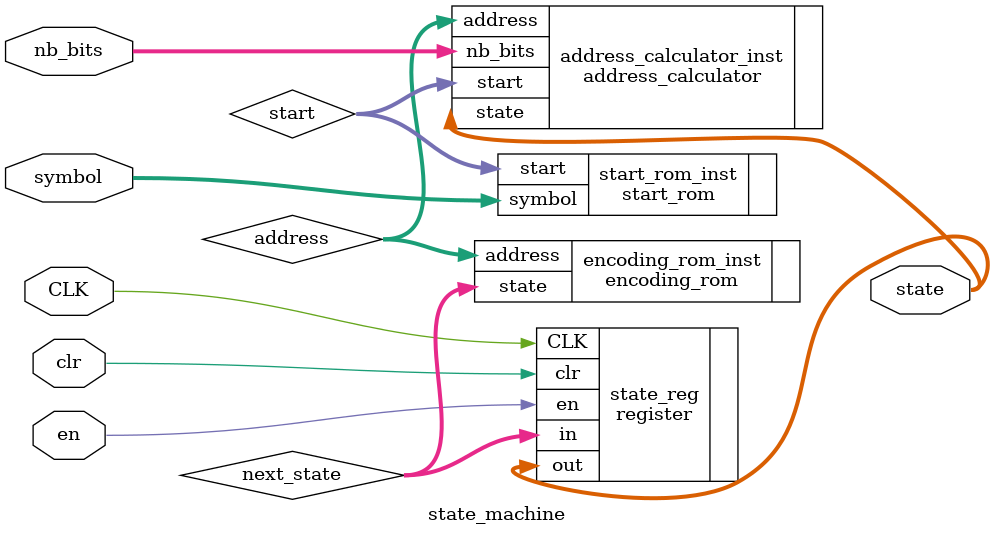
<source format=v>
`timescale 1ns / 1ps


module state_machine(
    input CLK,
    input clr,
    input en,
    input [7:0] symbol,
    input [2:0] nb_bits,
    output [R:0] state
    );
    
    parameter R = 4;
    
    wire [7:0] start;
    wire [R:0] next_state;
    wire [3:0] address;
    
    start_rom start_rom_inst(
        .symbol(symbol),
        .start(start)
    );
    
    address_calculator #(.R(R)) address_calculator_inst(
        .start(start),
        .state(state),
        .nb_bits(nb_bits),
        .address(address)
    );
    
    encoding_rom encoding_rom_inst(
        .address(address),
        .state(next_state)
    );
    
    register #(.R(R)) state_reg(
        .CLK(CLK),
        .clr(clr),
        .en(en),
        .in(next_state),
        .out(state)
    );
    
endmodule
</source>
